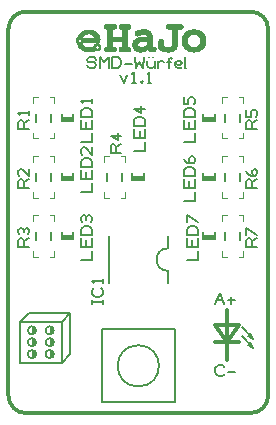
<source format=gbr>
G04 GENERATED BY PULSONIX 10.5 GERBER.DLL 7875A*
G04 #@! TF.GenerationSoftware,Pulsonix,Pulsonix,10.5.7875a*
G04 #@! TF.CreationDate,2019-10-01T10:17:34--1:00*
G04 #@! TF.Part,Single*
%FSLAX35Y35*%
%LPD*%
%MOMM*%
G04 #@! TF.FileFunction,Legend,Top*
G04 #@! TF.FilePolarity,Positive*
%ADD99C,0.00001*%
G04 #@! TA.AperFunction,NonMaterial*
%ADD101C,0.20320*%
%ADD103C,0.20000*%
G04 #@! TA.AperFunction,Profile*
%ADD175C,0.30000*%
G04 #@! TD.AperFunction*
%ADD176C,0.20000*%
G04 #@! TA.AperFunction,NonMaterial*
%ADD186C,0.30000*%
%ADD661C,0.10000*%
X0Y0D02*
D02*
D99*
X1294102Y3494492D02*
Y3340195D01*
X1298008Y3340000*
X1301328Y3339609*
X1304453Y3339414*
X1307188Y3338828*
X1309531Y3338437*
X1311680Y3337852*
X1313242Y3337266*
X1314414Y3336484*
X1315977Y3335312*
X1317344Y3333750*
X1318516Y3332187*
X1319492Y3330430*
X1320078Y3328672*
X1320664Y3326523*
X1321055Y3324375*
Y3322031*
Y3319492*
X1320664Y3317148*
X1320273Y3315000*
X1319492Y3312852*
X1318711Y3311094*
X1317734Y3309531*
X1316563Y3308164*
X1315000Y3307187*
X1313438Y3306211*
X1311484Y3305234*
X1308750Y3304453*
X1305820Y3303867*
X1302305Y3303477*
X1298203Y3303086*
X1293711Y3302891*
X1288633*
X1250742*
X1246836*
X1243320Y3303086*
X1240000Y3303477*
X1237070Y3303867*
X1234531Y3304453*
X1232188Y3305234*
X1230234Y3306211*
X1228672Y3307187*
X1227109Y3308164*
X1225938Y3309531*
X1224961Y3311094*
X1223984Y3312852*
X1223398Y3314805*
X1223008Y3316953*
X1222617Y3319297*
Y3321836*
Y3324375*
X1223008Y3326719*
X1223594Y3328867*
X1224375Y3330820*
X1225352Y3332773*
X1226719Y3334336*
X1228086Y3335898*
X1229844Y3337070*
X1231602Y3338047*
X1233555Y3338633*
X1235898Y3339414*
X1238438Y3339805*
X1241172Y3340195*
X1244102Y3340586*
X1247227*
X1250742Y3340781*
X1253867*
Y3390586*
X1167930*
Y3340781*
X1174570*
X1180234Y3340391*
X1185117Y3339609*
X1189219Y3338437*
X1192539Y3336484*
X1194297Y3335312*
X1195664Y3333750*
X1197031Y3332187*
X1198008Y3330430*
X1198789Y3328672*
X1199375Y3326523*
X1199570Y3324375*
X1199766Y3322031*
X1199570Y3319492*
X1199375Y3317148*
X1198984Y3315000*
X1198203Y3312852*
X1197422Y3311094*
X1196445Y3309531*
X1195078Y3308164*
X1193711Y3307187*
X1192148Y3306211*
X1190391Y3305234*
X1188438Y3304453*
X1185898Y3303867*
X1183164Y3303477*
X1180234Y3303086*
X1176914Y3302891*
X1173398*
X1125352*
X1121836*
X1118711Y3303281*
X1115781Y3303672*
X1113242Y3304258*
X1110898Y3304844*
X1108945Y3305820*
X1107188Y3306797*
X1105820Y3307969*
X1103477Y3310703*
X1101914Y3314023*
X1100938Y3317930*
X1100742Y3322031*
Y3324570*
X1101133Y3326914*
X1101523Y3328867*
X1102305Y3330820*
X1103281Y3332578*
X1104453Y3334141*
X1105625Y3335312*
X1107188Y3336484*
X1108555Y3337461*
X1110313Y3338047*
X1112461Y3338633*
X1114805Y3339219*
X1117539Y3339609*
X1120469Y3340000*
X1123984*
X1127695Y3340195*
Y3494492*
X1123984Y3494687*
X1120469Y3494883*
X1117539Y3495273*
X1114805Y3495859*
X1112461Y3496445*
X1110313Y3497031*
X1108555Y3497812*
X1107188Y3498594*
X1105625Y3499766*
X1104453Y3501133*
X1103281Y3502695*
X1102305Y3504453*
X1101523Y3506602*
X1101133Y3508750*
X1100742Y3511094*
Y3513633*
X1100938Y3517930*
X1101914Y3521641*
X1103672Y3524766*
X1106016Y3527500*
X1107383Y3528672*
X1109141Y3529648*
X1111094Y3530430*
X1113438Y3531211*
X1115977Y3531602*
X1119102Y3531992*
X1122227Y3532187*
X1125938Y3532383*
X1171445*
X1175352Y3532187*
X1178867*
X1182188Y3531797*
X1185117Y3531406*
X1187656Y3530820*
X1189805Y3530234*
X1191563Y3529648*
X1193125Y3528672*
X1194688Y3527500*
X1196055Y3525937*
X1197227Y3524375*
X1198008Y3522617*
X1198789Y3520664*
X1199375Y3518516*
X1199570Y3516172*
X1199766Y3513633*
X1199570Y3511094*
X1199180Y3508750*
X1198594Y3506406*
X1197813Y3504453*
X1196641Y3502500*
X1195273Y3500937*
X1193711Y3499375*
X1191953Y3498008*
X1190195Y3497227*
X1188047Y3496445*
X1185898Y3495859*
X1183164Y3495469*
X1180430Y3495078*
X1177305Y3494687*
X1173984Y3494492*
X1170273*
X1167930*
Y3427305*
X1253867*
Y3494492*
X1247227*
X1241563Y3494687*
X1236680Y3495469*
X1232578Y3496836*
X1229258Y3498594*
X1227695Y3499961*
X1226328Y3501328*
X1225156Y3503086*
X1224180Y3504844*
X1223594Y3506797*
X1223008Y3508945*
X1222617Y3511289*
Y3513633*
Y3516172*
X1223008Y3518516*
X1223594Y3520664*
X1224180Y3522617*
X1225156Y3524375*
X1226328Y3525937*
X1227695Y3527500*
X1229258Y3528672*
X1230820Y3529648*
X1232578Y3530234*
X1234922Y3530820*
X1237656Y3531406*
X1240781Y3531797*
X1244297Y3532187*
X1248203*
X1252695Y3532383*
X1296445*
X1299961Y3532187*
X1303086Y3531992*
X1306016Y3531602*
X1308555Y3531016*
X1310898Y3530430*
X1312852Y3529648*
X1314609Y3528672*
X1315977Y3527500*
X1318125Y3524766*
X1319883Y3521641*
X1320664Y3517930*
X1321055Y3513633*
X1320664Y3508945*
X1319492Y3504844*
X1317734Y3501328*
X1315000Y3498594*
X1313633Y3497812*
X1311875Y3497031*
X1309922Y3496445*
X1307383Y3495859*
X1304648Y3495273*
X1301523Y3494883*
X1298008Y3494687*
X1294102Y3494492*
G36*
Y3340195*
X1298008Y3340000*
X1301328Y3339609*
X1304453Y3339414*
X1307188Y3338828*
X1309531Y3338437*
X1311680Y3337852*
X1313242Y3337266*
X1314414Y3336484*
X1315977Y3335312*
X1317344Y3333750*
X1318516Y3332187*
X1319492Y3330430*
X1320078Y3328672*
X1320664Y3326523*
X1321055Y3324375*
Y3322031*
Y3319492*
X1320664Y3317148*
X1320273Y3315000*
X1319492Y3312852*
X1318711Y3311094*
X1317734Y3309531*
X1316563Y3308164*
X1315000Y3307187*
X1313438Y3306211*
X1311484Y3305234*
X1308750Y3304453*
X1305820Y3303867*
X1302305Y3303477*
X1298203Y3303086*
X1293711Y3302891*
X1288633*
X1250742*
X1246836*
X1243320Y3303086*
X1240000Y3303477*
X1237070Y3303867*
X1234531Y3304453*
X1232188Y3305234*
X1230234Y3306211*
X1228672Y3307187*
X1227109Y3308164*
X1225938Y3309531*
X1224961Y3311094*
X1223984Y3312852*
X1223398Y3314805*
X1223008Y3316953*
X1222617Y3319297*
Y3321836*
Y3324375*
X1223008Y3326719*
X1223594Y3328867*
X1224375Y3330820*
X1225352Y3332773*
X1226719Y3334336*
X1228086Y3335898*
X1229844Y3337070*
X1231602Y3338047*
X1233555Y3338633*
X1235898Y3339414*
X1238438Y3339805*
X1241172Y3340195*
X1244102Y3340586*
X1247227*
X1250742Y3340781*
X1253867*
Y3390586*
X1167930*
Y3340781*
X1174570*
X1180234Y3340391*
X1185117Y3339609*
X1189219Y3338437*
X1192539Y3336484*
X1194297Y3335312*
X1195664Y3333750*
X1197031Y3332187*
X1198008Y3330430*
X1198789Y3328672*
X1199375Y3326523*
X1199570Y3324375*
X1199766Y3322031*
X1199570Y3319492*
X1199375Y3317148*
X1198984Y3315000*
X1198203Y3312852*
X1197422Y3311094*
X1196445Y3309531*
X1195078Y3308164*
X1193711Y3307187*
X1192148Y3306211*
X1190391Y3305234*
X1188438Y3304453*
X1185898Y3303867*
X1183164Y3303477*
X1180234Y3303086*
X1176914Y3302891*
X1173398*
X1125352*
X1121836*
X1118711Y3303281*
X1115781Y3303672*
X1113242Y3304258*
X1110898Y3304844*
X1108945Y3305820*
X1107188Y3306797*
X1105820Y3307969*
X1103477Y3310703*
X1101914Y3314023*
X1100938Y3317930*
X1100742Y3322031*
Y3324570*
X1101133Y3326914*
X1101523Y3328867*
X1102305Y3330820*
X1103281Y3332578*
X1104453Y3334141*
X1105625Y3335312*
X1107188Y3336484*
X1108555Y3337461*
X1110313Y3338047*
X1112461Y3338633*
X1114805Y3339219*
X1117539Y3339609*
X1120469Y3340000*
X1123984*
X1127695Y3340195*
Y3494492*
X1123984Y3494687*
X1120469Y3494883*
X1117539Y3495273*
X1114805Y3495859*
X1112461Y3496445*
X1110313Y3497031*
X1108555Y3497812*
X1107188Y3498594*
X1105625Y3499766*
X1104453Y3501133*
X1103281Y3502695*
X1102305Y3504453*
X1101523Y3506602*
X1101133Y3508750*
X1100742Y3511094*
Y3513633*
X1100938Y3517930*
X1101914Y3521641*
X1103672Y3524766*
X1106016Y3527500*
X1107383Y3528672*
X1109141Y3529648*
X1111094Y3530430*
X1113438Y3531211*
X1115977Y3531602*
X1119102Y3531992*
X1122227Y3532187*
X1125938Y3532383*
X1171445*
X1175352Y3532187*
X1178867*
X1182188Y3531797*
X1185117Y3531406*
X1187656Y3530820*
X1189805Y3530234*
X1191563Y3529648*
X1193125Y3528672*
X1194688Y3527500*
X1196055Y3525937*
X1197227Y3524375*
X1198008Y3522617*
X1198789Y3520664*
X1199375Y3518516*
X1199570Y3516172*
X1199766Y3513633*
X1199570Y3511094*
X1199180Y3508750*
X1198594Y3506406*
X1197813Y3504453*
X1196641Y3502500*
X1195273Y3500937*
X1193711Y3499375*
X1191953Y3498008*
X1190195Y3497227*
X1188047Y3496445*
X1185898Y3495859*
X1183164Y3495469*
X1180430Y3495078*
X1177305Y3494687*
X1173984Y3494492*
X1170273*
X1167930*
Y3427305*
X1253867*
Y3494492*
X1247227*
X1241563Y3494687*
X1236680Y3495469*
X1232578Y3496836*
X1229258Y3498594*
X1227695Y3499961*
X1226328Y3501328*
X1225156Y3503086*
X1224180Y3504844*
X1223594Y3506797*
X1223008Y3508945*
X1222617Y3511289*
Y3513633*
Y3516172*
X1223008Y3518516*
X1223594Y3520664*
X1224180Y3522617*
X1225156Y3524375*
X1226328Y3525937*
X1227695Y3527500*
X1229258Y3528672*
X1230820Y3529648*
X1232578Y3530234*
X1234922Y3530820*
X1237656Y3531406*
X1240781Y3531797*
X1244297Y3532187*
X1248203*
X1252695Y3532383*
X1296445*
X1299961Y3532187*
X1303086Y3531992*
X1306016Y3531602*
X1308555Y3531016*
X1310898Y3530430*
X1312852Y3529648*
X1314609Y3528672*
X1315977Y3527500*
X1318125Y3524766*
X1319883Y3521641*
X1320664Y3517930*
X1321055Y3513633*
X1320664Y3508945*
X1319492Y3504844*
X1317734Y3501328*
X1315000Y3498594*
X1313633Y3497812*
X1311875Y3497031*
X1309922Y3496445*
X1307383Y3495859*
X1304648Y3495273*
X1301523Y3494883*
X1298008Y3494687*
X1294102Y3494492*
G37*
X1536680Y3324570D02*
X1536289Y3320273D01*
X1535117Y3316562*
X1533359Y3313437*
X1530625Y3310703*
X1527695Y3308555*
X1524180Y3307187*
X1520273Y3306211*
X1515586Y3305820*
X1487461*
X1483945Y3306211*
X1480625Y3306992*
X1477695Y3308164*
X1474766Y3310117*
X1472813Y3312656*
X1471250Y3315586*
X1469883Y3318906*
X1468906Y3322812*
Y3323398*
X1462656Y3319102*
X1456406Y3315195*
X1449766Y3311875*
X1442930Y3308945*
X1438438Y3306992*
X1433945Y3305430*
X1429258Y3304062*
X1424570Y3303086*
X1419688Y3302109*
X1415000Y3301523*
X1410117Y3301133*
X1405234*
X1398008Y3301328*
X1391172Y3302109*
X1384727Y3303477*
X1378672Y3305234*
X1372813Y3307578*
X1367344Y3310508*
X1362461Y3314023*
X1357773Y3317930*
X1353281Y3322227*
X1349570Y3326914*
X1346445Y3331797*
X1343711Y3337070*
X1341758Y3342734*
X1340195Y3348594*
X1339414Y3354648*
X1339023Y3361094*
X1339414Y3368906*
X1340586Y3376133*
X1342539Y3382969*
X1345273Y3389414*
X1348789Y3395273*
X1352891Y3400742*
X1357969Y3405820*
X1363633Y3410312*
X1369883Y3414414*
X1376523Y3417734*
X1383750Y3420664*
X1391563Y3423008*
X1399961Y3424766*
X1408945Y3426133*
X1418516Y3426914*
X1428672Y3427305*
X1439609Y3426914*
X1450742Y3425937*
X1458164Y3424766*
X1465781Y3423594*
X1465391Y3426719*
X1464805Y3429844*
X1464023Y3432578*
X1463047Y3435117*
X1461875Y3437461*
X1460703Y3439805*
X1459141Y3441758*
X1457383Y3443516*
X1455234Y3445469*
X1452891Y3447031*
X1449961Y3448594*
X1446836Y3449766*
X1443516Y3450742*
X1439609Y3451328*
X1435508Y3451719*
X1431016Y3451914*
X1427695Y3451719*
X1424375Y3451328*
X1420859Y3450742*
X1417344Y3449961*
X1413633Y3448984*
X1409727Y3447812*
X1405625Y3446250*
X1401523Y3444687*
X1397227Y3442734*
X1393125Y3441172*
X1389609Y3439805*
X1386289Y3438828*
X1383164Y3437852*
X1380625Y3437266*
X1378281Y3436875*
X1376328*
X1372617Y3437266*
X1369102Y3438242*
X1365977Y3440195*
X1363047Y3442930*
X1361094Y3446055*
X1359531Y3449570*
X1358555Y3453477*
X1358359Y3457773*
X1358750Y3461484*
X1359727Y3465000*
X1361680Y3468125*
X1364219Y3471250*
X1367734Y3473984*
X1371836Y3476719*
X1376719Y3479062*
X1382383Y3481211*
X1387852Y3483164*
X1393516Y3484727*
X1399766Y3486094*
X1406211Y3487070*
X1413047Y3488047*
X1420273Y3488633*
X1427891Y3489023*
X1435703*
X1444102Y3488828*
X1451914Y3488047*
X1459141Y3486484*
X1465977Y3484727*
X1472227Y3482187*
X1478086Y3479062*
X1483359Y3475547*
X1488047Y3471445*
X1492344Y3466758*
X1495859Y3461484*
X1498984Y3455820*
X1501523Y3449570*
X1503477Y3442734*
X1504844Y3435508*
X1505820Y3427695*
X1506016Y3419492*
Y3343125*
X1509141*
X1512461*
X1515781Y3342930*
X1518711Y3342539*
X1521445Y3342148*
X1523789Y3341758*
X1525938Y3341172*
X1527891Y3340391*
X1529453Y3339609*
X1531211Y3338437*
X1532578Y3337070*
X1533945Y3335508*
X1534922Y3333750*
X1535703Y3331602*
X1536289Y3329453*
X1536484Y3327109*
X1536680Y3324570*
X1451328Y3390586D02*
X1442930Y3391562D01*
X1433945Y3391758*
X1427500Y3391562*
X1421445Y3391172*
X1415781Y3390586*
X1410508Y3389609*
X1405625Y3388437*
X1401133Y3387070*
X1397031Y3385312*
X1393125Y3383359*
X1390000Y3381406*
X1387266Y3379258*
X1385117Y3376914*
X1383164Y3374375*
X1381797Y3371641*
X1380820Y3368906*
X1380039Y3365977*
X1379844Y3363047*
X1380039Y3360703*
X1380430Y3358555*
X1381016Y3356602*
X1381797Y3354648*
X1382969Y3352891*
X1384336Y3351133*
X1385898Y3349570*
X1387656Y3348008*
X1390000Y3346250*
X1392148Y3344687*
X1394688Y3343516*
X1397422Y3342539*
X1400156Y3341758*
X1403086Y3341172*
X1406211Y3340781*
X1409336*
X1414609Y3340977*
X1419883Y3341367*
X1425156Y3342344*
X1430039Y3343516*
X1434922Y3345273*
X1439805Y3347227*
X1444492Y3349570*
X1448984Y3352109*
X1452891Y3354648*
X1456406Y3357187*
X1459336Y3359727*
X1461680Y3362266*
X1463438Y3364609*
X1464805Y3367148*
X1465586Y3369492*
X1465781Y3372031*
Y3387656*
X1458555Y3389219*
X1451328Y3390586*
X1339282Y3366269D02*
G36*
X1339023Y3361094D01*
X1339414Y3354648*
X1340195Y3348594*
X1341758Y3342734*
X1343711Y3337070*
X1346445Y3331797*
X1349570Y3326914*
X1353281Y3322227*
X1357773Y3317930*
X1362461Y3314023*
X1367344Y3310508*
X1372813Y3307578*
X1378672Y3305234*
X1384727Y3303477*
X1391172Y3302109*
X1398008Y3301328*
X1405234Y3301133*
X1410117*
X1415000Y3301523*
X1419688Y3302109*
X1424570Y3303086*
X1429258Y3304062*
X1433945Y3305430*
X1438438Y3306992*
X1442930Y3308945*
X1449766Y3311875*
X1456406Y3315195*
X1462656Y3319102*
X1468906Y3323398*
Y3322812*
X1469883Y3318906*
X1471250Y3315586*
X1472813Y3312656*
X1474766Y3310117*
X1477695Y3308164*
X1480625Y3306992*
X1483945Y3306211*
X1487461Y3305820*
X1515586*
X1520273Y3306211*
X1524180Y3307187*
X1527695Y3308555*
X1530625Y3310703*
X1533359Y3313437*
X1535117Y3316562*
X1536289Y3320273*
X1536680Y3324570*
X1536484Y3327109*
X1536289Y3329453*
X1535703Y3331602*
X1534922Y3333750*
X1533945Y3335508*
X1532578Y3337070*
X1531211Y3338437*
X1529453Y3339609*
X1527891Y3340391*
X1525938Y3341172*
X1523789Y3341758*
X1521445Y3342148*
X1518711Y3342539*
X1515781Y3342930*
X1512461Y3343125*
X1509141*
X1506016*
Y3366269*
X1464332*
X1463438Y3364609*
X1461680Y3362266*
X1459336Y3359727*
X1456406Y3357187*
X1452891Y3354648*
X1448984Y3352109*
X1444492Y3349570*
X1439805Y3347227*
X1434922Y3345273*
X1430039Y3343516*
X1425156Y3342344*
X1419883Y3341367*
X1414609Y3340977*
X1409336Y3340781*
X1406211*
X1403086Y3341172*
X1400156Y3341758*
X1397422Y3342539*
X1394688Y3343516*
X1392148Y3344687*
X1390000Y3346250*
X1387656Y3348008*
X1385898Y3349570*
X1384336Y3351133*
X1382969Y3352891*
X1381797Y3354648*
X1381016Y3356602*
X1380430Y3358555*
X1380039Y3360703*
X1379844Y3363047*
X1380039Y3365977*
X1380117Y3366269*
X1339282*
G37*
X1339414Y3368906D02*
G36*
X1339282Y3366269D01*
X1380117*
X1380820Y3368906*
X1381797Y3371641*
X1383164Y3374375*
X1385117Y3376914*
X1387266Y3379258*
X1390000Y3381406*
X1393125Y3383359*
X1397031Y3385312*
X1401133Y3387070*
X1405625Y3388437*
X1410508Y3389609*
X1415781Y3390586*
X1421445Y3391172*
X1427500Y3391562*
X1433945Y3391758*
X1442930Y3391562*
X1451328Y3390586*
X1458555Y3389219*
X1465781Y3387656*
Y3372031*
X1465586Y3369492*
X1464805Y3367148*
X1464332Y3366269*
X1506016*
Y3419492*
X1505820Y3427695*
X1504844Y3435508*
X1503477Y3442734*
X1501523Y3449570*
X1498984Y3455820*
X1495859Y3461484*
X1492344Y3466758*
X1488047Y3471445*
X1483359Y3475547*
X1478086Y3479062*
X1472227Y3482187*
X1465977Y3484727*
X1459141Y3486484*
X1451914Y3488047*
X1444102Y3488828*
X1435703Y3489023*
X1427891*
X1420273Y3488633*
X1413047Y3488047*
X1406211Y3487070*
X1399766Y3486094*
X1393516Y3484727*
X1387852Y3483164*
X1382383Y3481211*
X1376719Y3479062*
X1371836Y3476719*
X1367734Y3473984*
X1364219Y3471250*
X1361680Y3468125*
X1359727Y3465000*
X1358750Y3461484*
X1358359Y3457773*
X1358555Y3453477*
X1359531Y3449570*
X1361094Y3446055*
X1363047Y3442930*
X1365977Y3440195*
X1369102Y3438242*
X1372617Y3437266*
X1376328Y3436875*
X1378281*
X1380625Y3437266*
X1383164Y3437852*
X1386289Y3438828*
X1389609Y3439805*
X1393125Y3441172*
X1397227Y3442734*
X1401523Y3444687*
X1405625Y3446250*
X1409727Y3447812*
X1413633Y3448984*
X1417344Y3449961*
X1420859Y3450742*
X1424375Y3451328*
X1427695Y3451719*
X1431016Y3451914*
X1435508Y3451719*
X1439609Y3451328*
X1443516Y3450742*
X1446836Y3449766*
X1449961Y3448594*
X1452891Y3447031*
X1455234Y3445469*
X1457383Y3443516*
X1459141Y3441758*
X1460703Y3439805*
X1461875Y3437461*
X1463047Y3435117*
X1464023Y3432578*
X1464805Y3429844*
X1465391Y3426719*
X1465781Y3423594*
X1458164Y3424766*
X1450742Y3425937*
X1439609Y3426914*
X1428672Y3427305*
X1418516Y3426914*
X1408945Y3426133*
X1399961Y3424766*
X1391563Y3423008*
X1383750Y3420664*
X1376523Y3417734*
X1369883Y3414414*
X1363633Y3410312*
X1357969Y3405820*
X1352891Y3400742*
X1348789Y3395273*
X1345273Y3389414*
X1342539Y3382969*
X1340586Y3376133*
X1339414Y3368906*
G37*
X1765000Y3513633D02*
X1764805Y3511094D01*
X1764414Y3508750*
X1764023Y3506406*
X1763242Y3504453*
X1762266Y3502500*
X1761094Y3500937*
X1759922Y3499375*
X1758359Y3498008*
X1756797Y3497227*
X1755039Y3496445*
X1752891Y3495859*
X1750547Y3495469*
X1747813Y3495078*
X1744883Y3494687*
X1741563Y3494492*
X1737852*
X1720469*
Y3384531*
X1720078Y3373984*
X1719297Y3364219*
X1717734Y3355039*
X1715586Y3346641*
X1713047Y3339219*
X1709727Y3332383*
X1705820Y3326328*
X1701328Y3320859*
X1695859Y3316172*
X1690000Y3312070*
X1683359Y3308555*
X1675938Y3305625*
X1667930Y3303281*
X1659336Y3301719*
X1649961Y3300742*
X1640000Y3300547*
X1631016Y3300742*
X1622422Y3301523*
X1614219Y3302695*
X1606016Y3304453*
X1598008Y3306602*
X1590000Y3309531*
X1581992Y3313047*
X1573984Y3317344*
X1570273Y3319492*
X1567344Y3321641*
X1565000Y3323789*
X1563438Y3325937*
X1562852Y3327305*
X1562266Y3328672*
X1561680Y3330234*
X1561289Y3331992*
X1561094Y3334141*
X1560898Y3336289*
X1560703Y3338633*
Y3341367*
Y3383945*
Y3387656*
X1560898Y3390781*
X1561289Y3393711*
X1561680Y3396445*
X1562266Y3398789*
X1563047Y3400742*
X1563828Y3402500*
X1565000Y3403867*
X1567344Y3406211*
X1570273Y3407773*
X1573984Y3408945*
X1578086Y3409141*
X1581016Y3408945*
X1583750Y3408359*
X1586484Y3407578*
X1589023Y3406211*
X1591172Y3404844*
X1592930Y3403086*
X1594492Y3400937*
X1595469Y3398398*
X1596641Y3395859*
X1597422Y3392930*
X1597617Y3391172*
X1597813Y3388828*
Y3386094*
X1598008Y3382773*
Y3381016*
Y3375742*
X1598203Y3370664*
X1598789Y3366172*
X1599766Y3361680*
X1601914Y3356016*
X1604844Y3350937*
X1608555Y3346445*
X1613047Y3342539*
X1615586Y3340781*
X1618320Y3339414*
X1621250Y3338047*
X1624375Y3337070*
X1627500Y3336289*
X1631016Y3335703*
X1634531Y3335508*
X1638242Y3335312*
X1643516Y3335508*
X1648594Y3336094*
X1653086Y3337070*
X1657188Y3338242*
X1661094Y3340000*
X1664414Y3342148*
X1667344Y3344492*
X1670078Y3347422*
X1672227Y3350547*
X1674180Y3354453*
X1675938Y3358945*
X1677305Y3363828*
X1678281Y3369297*
X1679063Y3375547*
X1679453Y3382187*
X1679648Y3389414*
Y3494492*
X1653281*
X1649375*
X1646055Y3494687*
X1642930Y3495078*
X1640195Y3495469*
X1637656Y3495859*
X1635508Y3496445*
X1633750Y3497227*
X1632188Y3498008*
X1630625Y3499375*
X1629258Y3500937*
X1628086Y3502500*
X1627305Y3504453*
X1626523Y3506406*
X1625938Y3508750*
X1625742Y3511094*
X1625547Y3513633*
X1625938Y3517930*
X1626719Y3521641*
X1628281Y3524766*
X1630430Y3527500*
X1633164Y3529648*
X1636289Y3531016*
X1640195Y3531992*
X1644883Y3532383*
X1746250*
X1750547Y3531992*
X1754258Y3531016*
X1757383Y3529453*
X1760117Y3527305*
X1762266Y3524375*
X1763633Y3521250*
X1764609Y3517734*
X1765000Y3513633*
G36*
X1764805Y3511094*
X1764414Y3508750*
X1764023Y3506406*
X1763242Y3504453*
X1762266Y3502500*
X1761094Y3500937*
X1759922Y3499375*
X1758359Y3498008*
X1756797Y3497227*
X1755039Y3496445*
X1752891Y3495859*
X1750547Y3495469*
X1747813Y3495078*
X1744883Y3494687*
X1741563Y3494492*
X1737852*
X1720469*
Y3384531*
X1720078Y3373984*
X1719297Y3364219*
X1717734Y3355039*
X1715586Y3346641*
X1713047Y3339219*
X1709727Y3332383*
X1705820Y3326328*
X1701328Y3320859*
X1695859Y3316172*
X1690000Y3312070*
X1683359Y3308555*
X1675938Y3305625*
X1667930Y3303281*
X1659336Y3301719*
X1649961Y3300742*
X1640000Y3300547*
X1631016Y3300742*
X1622422Y3301523*
X1614219Y3302695*
X1606016Y3304453*
X1598008Y3306602*
X1590000Y3309531*
X1581992Y3313047*
X1573984Y3317344*
X1570273Y3319492*
X1567344Y3321641*
X1565000Y3323789*
X1563438Y3325937*
X1562852Y3327305*
X1562266Y3328672*
X1561680Y3330234*
X1561289Y3331992*
X1561094Y3334141*
X1560898Y3336289*
X1560703Y3338633*
Y3341367*
Y3383945*
Y3387656*
X1560898Y3390781*
X1561289Y3393711*
X1561680Y3396445*
X1562266Y3398789*
X1563047Y3400742*
X1563828Y3402500*
X1565000Y3403867*
X1567344Y3406211*
X1570273Y3407773*
X1573984Y3408945*
X1578086Y3409141*
X1581016Y3408945*
X1583750Y3408359*
X1586484Y3407578*
X1589023Y3406211*
X1591172Y3404844*
X1592930Y3403086*
X1594492Y3400937*
X1595469Y3398398*
X1596641Y3395859*
X1597422Y3392930*
X1597617Y3391172*
X1597813Y3388828*
Y3386094*
X1598008Y3382773*
Y3381016*
Y3375742*
X1598203Y3370664*
X1598789Y3366172*
X1599766Y3361680*
X1601914Y3356016*
X1604844Y3350937*
X1608555Y3346445*
X1613047Y3342539*
X1615586Y3340781*
X1618320Y3339414*
X1621250Y3338047*
X1624375Y3337070*
X1627500Y3336289*
X1631016Y3335703*
X1634531Y3335508*
X1638242Y3335312*
X1643516Y3335508*
X1648594Y3336094*
X1653086Y3337070*
X1657188Y3338242*
X1661094Y3340000*
X1664414Y3342148*
X1667344Y3344492*
X1670078Y3347422*
X1672227Y3350547*
X1674180Y3354453*
X1675938Y3358945*
X1677305Y3363828*
X1678281Y3369297*
X1679063Y3375547*
X1679453Y3382187*
X1679648Y3389414*
Y3494492*
X1653281*
X1649375*
X1646055Y3494687*
X1642930Y3495078*
X1640195Y3495469*
X1637656Y3495859*
X1635508Y3496445*
X1633750Y3497227*
X1632188Y3498008*
X1630625Y3499375*
X1629258Y3500937*
X1628086Y3502500*
X1627305Y3504453*
X1626523Y3506406*
X1625938Y3508750*
X1625742Y3511094*
X1625547Y3513633*
X1625938Y3517930*
X1626719Y3521641*
X1628281Y3524766*
X1630430Y3527500*
X1633164Y3529648*
X1636289Y3531016*
X1640195Y3531992*
X1644883Y3532383*
X1746250*
X1750547Y3531992*
X1754258Y3531016*
X1757383Y3529453*
X1760117Y3527305*
X1762266Y3524375*
X1763633Y3521250*
X1764609Y3517734*
X1765000Y3513633*
G37*
X1958945Y3395469D02*
X1958750Y3390195D01*
X1958359Y3385312*
X1957969Y3380430*
X1957188Y3375547*
X1956211Y3370859*
X1954844Y3366367*
X1953477Y3362070*
X1951914Y3357773*
X1949961Y3353477*
X1947813Y3349375*
X1945469Y3345469*
X1942930Y3341758*
X1940195Y3338047*
X1937266Y3334336*
X1934141Y3330820*
X1930625Y3327500*
X1927109Y3324375*
X1923398Y3321250*
X1919492Y3318516*
X1915586Y3315977*
X1911484Y3313633*
X1907188Y3311484*
X1902891Y3309531*
X1898398Y3307773*
X1893711Y3306211*
X1889023Y3304844*
X1884141Y3303672*
X1879258Y3302695*
X1874180Y3302109*
X1868906Y3301523*
X1863438Y3301133*
X1857969*
X1852500*
X1847227Y3301523*
X1841953Y3302109*
X1836875Y3302695*
X1831797Y3303672*
X1826914Y3304844*
X1822227Y3306211*
X1817539Y3307773*
X1813047Y3309531*
X1808750Y3311484*
X1804453Y3313633*
X1800547Y3315977*
X1796445Y3318516*
X1792539Y3321250*
X1788828Y3324375*
X1785313Y3327500*
X1781992Y3330820*
X1778672Y3334336*
X1775742Y3337852*
X1773008Y3341562*
X1770469Y3345469*
X1768125Y3349375*
X1765977Y3353477*
X1764219Y3357578*
X1762461Y3361875*
X1761094Y3366367*
X1759922Y3370859*
X1758945Y3375352*
X1758164Y3380234*
X1757578Y3385117*
X1757188Y3390000*
Y3395078*
Y3400156*
X1757578Y3405039*
X1758164Y3409922*
X1758945Y3414805*
X1759922Y3419297*
X1761094Y3423789*
X1762461Y3428281*
X1764219Y3432578*
X1765977Y3436680*
X1768125Y3440781*
X1770469Y3444687*
X1773008Y3448594*
X1775742Y3452305*
X1778672Y3455820*
X1781992Y3459336*
X1785313Y3462656*
X1788828Y3465781*
X1792539Y3468906*
X1796445Y3471641*
X1800547Y3474180*
X1804453Y3476523*
X1808750Y3478672*
X1813047Y3480625*
X1817539Y3482383*
X1822227Y3483945*
X1826914Y3485312*
X1831797Y3486484*
X1836875Y3487461*
X1841953Y3488047*
X1847227Y3488633*
X1852500Y3489023*
X1857969*
X1863438*
X1868906Y3488633*
X1874180Y3488047*
X1879258Y3487461*
X1884141Y3486484*
X1889023Y3485312*
X1893711Y3483945*
X1898398Y3482383*
X1902891Y3480625*
X1907188Y3478672*
X1911484Y3476523*
X1915586Y3474180*
X1919492Y3471641*
X1923398Y3468906*
X1927109Y3465781*
X1930625Y3462656*
X1934141Y3459336*
X1937266Y3455820*
X1940195Y3452305*
X1942930Y3448594*
X1945469Y3444687*
X1947813Y3440781*
X1949961Y3436680*
X1951914Y3432578*
X1953477Y3428281*
X1954844Y3423984*
X1956211Y3419492*
X1957188Y3415000*
X1957969Y3410117*
X1958359Y3405430*
X1958750Y3400352*
X1958945Y3395469*
X1800938D02*
X1801133Y3389219D01*
X1801914Y3383359*
X1803086Y3377695*
X1804844Y3372422*
X1807188Y3367539*
X1809922Y3362852*
X1813047Y3358359*
X1816953Y3354258*
X1821055Y3350547*
X1825352Y3347227*
X1830039Y3344492*
X1835117Y3342344*
X1840391Y3340586*
X1846055Y3339219*
X1851914Y3338633*
X1857969Y3338242*
X1864219Y3338633*
X1870078Y3339219*
X1875742Y3340586*
X1881016Y3342344*
X1886094Y3344492*
X1890781Y3347227*
X1895273Y3350547*
X1899375Y3354258*
X1903281Y3358359*
X1906602Y3362852*
X1909336Y3367344*
X1911680Y3372422*
X1913438Y3377695*
X1914609Y3383164*
X1915391Y3389023*
X1915586Y3395078*
X1915391Y3401133*
X1914609Y3406992*
X1913438Y3412461*
X1911680Y3417734*
X1909336Y3422812*
X1906602Y3427500*
X1903281Y3431992*
X1899375Y3436289*
X1895273Y3440000*
X1890781Y3443320*
X1886094Y3446055*
X1881016Y3448398*
X1875742Y3450156*
X1870078Y3451328*
X1864219Y3452109*
X1857969Y3452500*
X1851914Y3452109*
X1846055Y3451328*
X1840391Y3450156*
X1835117Y3448398*
X1830039Y3446055*
X1825352Y3443320*
X1821055Y3440000*
X1816953Y3436289*
X1813047Y3431992*
X1809922Y3427500*
X1807188Y3422812*
X1804844Y3417930*
X1803086Y3412656*
X1801914Y3407187*
X1801133Y3401328*
X1800938Y3395469*
X1757188Y3395078D02*
G36*
Y3390000D01*
X1757578Y3385117*
X1758164Y3380234*
X1758945Y3375352*
X1759922Y3370859*
X1761094Y3366367*
X1762461Y3361875*
X1764219Y3357578*
X1765977Y3353477*
X1768125Y3349375*
X1770469Y3345469*
X1773008Y3341562*
X1775742Y3337852*
X1778672Y3334336*
X1781992Y3330820*
X1785313Y3327500*
X1788828Y3324375*
X1792539Y3321250*
X1796445Y3318516*
X1800547Y3315977*
X1804453Y3313633*
X1808750Y3311484*
X1813047Y3309531*
X1817539Y3307773*
X1822227Y3306211*
X1826914Y3304844*
X1831797Y3303672*
X1836875Y3302695*
X1841953Y3302109*
X1847227Y3301523*
X1852500Y3301133*
X1857969*
X1863438*
X1868906Y3301523*
X1874180Y3302109*
X1879258Y3302695*
X1884141Y3303672*
X1889023Y3304844*
X1893711Y3306211*
X1898398Y3307773*
X1902891Y3309531*
X1907188Y3311484*
X1911484Y3313633*
X1915586Y3315977*
X1919492Y3318516*
X1923398Y3321250*
X1927109Y3324375*
X1930625Y3327500*
X1934141Y3330820*
X1937266Y3334336*
X1940195Y3338047*
X1942930Y3341758*
X1945469Y3345469*
X1947813Y3349375*
X1949961Y3353477*
X1951914Y3357773*
X1953477Y3362070*
X1954844Y3366367*
X1956211Y3370859*
X1957188Y3375547*
X1957969Y3380430*
X1958359Y3385312*
X1958750Y3390195*
X1958941Y3395371*
X1915577*
X1915586Y3395078*
X1915391Y3389023*
X1914609Y3383164*
X1913438Y3377695*
X1911680Y3372422*
X1909336Y3367344*
X1906602Y3362852*
X1903281Y3358359*
X1899375Y3354258*
X1895273Y3350547*
X1890781Y3347227*
X1886094Y3344492*
X1881016Y3342344*
X1875742Y3340586*
X1870078Y3339219*
X1864219Y3338633*
X1857969Y3338242*
X1851914Y3338633*
X1846055Y3339219*
X1840391Y3340586*
X1835117Y3342344*
X1830039Y3344492*
X1825352Y3347227*
X1821055Y3350547*
X1816953Y3354258*
X1813047Y3358359*
X1809922Y3362852*
X1807188Y3367539*
X1804844Y3372422*
X1803086Y3377695*
X1801914Y3383359*
X1801133Y3389219*
X1800941Y3395371*
X1757188*
Y3395078*
G37*
Y3400156D02*
G36*
Y3395371D01*
X1800941*
X1800938Y3395469*
X1801133Y3401328*
X1801914Y3407187*
X1803086Y3412656*
X1804844Y3417930*
X1807188Y3422812*
X1809922Y3427500*
X1813047Y3431992*
X1816953Y3436289*
X1821055Y3440000*
X1825352Y3443320*
X1830039Y3446055*
X1835117Y3448398*
X1840391Y3450156*
X1846055Y3451328*
X1851914Y3452109*
X1857969Y3452500*
X1864219Y3452109*
X1870078Y3451328*
X1875742Y3450156*
X1881016Y3448398*
X1886094Y3446055*
X1890781Y3443320*
X1895273Y3440000*
X1899375Y3436289*
X1903281Y3431992*
X1906602Y3427500*
X1909336Y3422812*
X1911680Y3417734*
X1913438Y3412461*
X1914609Y3406992*
X1915391Y3401133*
X1915577Y3395371*
X1958941*
X1958945Y3395469*
X1958750Y3400352*
X1958359Y3405430*
X1957969Y3410117*
X1957188Y3415000*
X1956211Y3419492*
X1954844Y3423984*
X1953477Y3428281*
X1951914Y3432578*
X1949961Y3436680*
X1947813Y3440781*
X1945469Y3444687*
X1942930Y3448594*
X1940195Y3452305*
X1937266Y3455820*
X1934141Y3459336*
X1930625Y3462656*
X1927109Y3465781*
X1923398Y3468906*
X1919492Y3471641*
X1915586Y3474180*
X1911484Y3476523*
X1907188Y3478672*
X1902891Y3480625*
X1898398Y3482383*
X1893711Y3483945*
X1889023Y3485312*
X1884141Y3486484*
X1879258Y3487461*
X1874180Y3488047*
X1868906Y3488633*
X1863438Y3489023*
X1857969*
X1852500*
X1847227Y3488633*
X1841953Y3488047*
X1836875Y3487461*
X1831797Y3486484*
X1826914Y3485312*
X1822227Y3483945*
X1817539Y3482383*
X1813047Y3480625*
X1808750Y3478672*
X1804453Y3476523*
X1800547Y3474180*
X1796445Y3471641*
X1792539Y3468906*
X1788828Y3465781*
X1785313Y3462656*
X1781992Y3459336*
X1778672Y3455820*
X1775742Y3452305*
X1773008Y3448594*
X1770469Y3444687*
X1768125Y3440781*
X1765977Y3436680*
X1764219Y3432578*
X1762461Y3428281*
X1761094Y3423789*
X1759922Y3419297*
X1758945Y3414805*
X1758164Y3409922*
X1757578Y3405039*
X1757188Y3400156*
G37*
X1022617Y3365586D02*
X1025156Y3367148D01*
X1027891Y3368516*
X1030625Y3369492*
X1033359Y3370273*
X1036094Y3370664*
X1039023Y3370859*
X1042148Y3370664*
X1045078Y3370078*
X1048008Y3369492*
X1050938Y3368516*
X1053672Y3367148*
X1056016Y3365781*
X1058359Y3364023*
X1060508Y3362070*
X1062461Y3359727*
X1064414Y3357187*
X1065977Y3354648*
X1067148Y3351914*
X1068125Y3349180*
X1068906Y3346250*
X1069297Y3343320*
X1069492Y3340391*
X1069297Y3337461*
X1068906Y3334336*
X1068125Y3331406*
X1067148Y3328672*
X1065977Y3325937*
X1064414Y3323398*
X1062656Y3321055*
X1060703Y3318906*
X1058359Y3316953*
X1055820Y3315195*
X1053281Y3313633*
X1050547Y3312266*
X1047813Y3311289*
X1045078Y3310703*
X1042148Y3310117*
X1039219*
X1036289Y3310312*
X1033359Y3310703*
X1029258Y3312070*
X1024961Y3313633*
X1019883Y3311680*
X1014805Y3309922*
X1009727Y3308359*
X1004648Y3307187*
X994688Y3305039*
X984727Y3303672*
X974766Y3302891*
X965000*
X954453Y3303281*
X944688Y3304453*
X935313Y3306406*
X926523Y3308945*
X918125Y3312461*
X910508Y3316758*
X903086Y3321836*
X896445Y3327500*
X891758Y3332383*
X887461Y3337852*
X883750Y3343320*
X880430Y3349375*
X877500Y3355625*
X875156Y3362070*
X873203Y3368906*
X871836Y3376133*
X869102Y3379062*
X866758Y3382187*
X865000Y3385508*
X863633Y3388828*
X862656Y3392539*
X862266Y3396250*
Y3400352*
X862852Y3404453*
X863633Y3407187*
X864414Y3409922*
X865586Y3412266*
X866953Y3414805*
X868711Y3416953*
X870469Y3419102*
X872617Y3421055*
X874766Y3423008*
X876719Y3428477*
X878867Y3433750*
X881211Y3438828*
X883945Y3443711*
X887070Y3448398*
X890586Y3452891*
X894297Y3457383*
X898203Y3461484*
X901719Y3464414*
X905430Y3467344*
X909141Y3470078*
X913047Y3472422*
X917148Y3474766*
X921250Y3476719*
X925547Y3478672*
X930039Y3480430*
X934531Y3481797*
X939219Y3483164*
X943906Y3484141*
X948789Y3485117*
X953867Y3485703*
X958945Y3486289*
X964219Y3486484*
X969688Y3486680*
X979453Y3486289*
X988633Y3485117*
X997617Y3483359*
X1006016Y3480625*
X1013828Y3477305*
X1021445Y3473203*
X1028477Y3468320*
X1035117Y3462656*
X1038438Y3459531*
X1041367Y3456406*
X1044102Y3453086*
X1046836Y3449766*
X1049180Y3446250*
X1051328Y3442734*
X1053281Y3439219*
X1055039Y3435508*
X1056602Y3431797*
X1057969Y3427891*
X1058945Y3423984*
X1059922Y3419883*
X1060703Y3415977*
X1061289Y3411680*
X1061484Y3407578*
X1061680Y3403281*
X1061484Y3400352*
X1061289Y3397617*
X1060898Y3395273*
X1060313Y3393125*
X1059531Y3391172*
X1058555Y3389609*
X1057578Y3388242*
X1056211Y3387070*
X1054648Y3385898*
X1052500Y3385117*
X1049961Y3384336*
X1047031Y3383750*
X1043516Y3383359*
X1039609Y3382969*
X1035313Y3382773*
X1030430*
X918125*
X916758Y3380625*
X915195Y3378672*
X913438Y3376719*
X911484Y3374961*
X912461Y3371055*
X913633Y3367344*
X915195Y3363828*
X916953Y3360312*
X918711Y3357187*
X920859Y3354453*
X923203Y3351719*
X925938Y3349180*
X929844Y3346055*
X934141Y3343320*
X938828Y3341172*
X943906Y3339219*
X949375Y3337852*
X955234Y3336680*
X961289Y3336094*
X967930Y3335898*
X972617Y3336094*
X977500Y3336484*
X982578Y3337266*
X987656Y3338242*
X992930Y3339609*
X998203Y3341367*
X1003672Y3343320*
X1009336Y3345469*
Y3345664*
Y3346055*
X1010313Y3349180*
X1011289Y3352109*
X1012656Y3354844*
X1014219Y3357383*
X1015977Y3359727*
X1017930Y3361875*
X1020078Y3363828*
X1022617Y3365586*
X931211Y3442930D02*
X925938Y3438047D01*
X921250Y3432383*
X917148Y3426328*
X913828Y3419492*
X916172Y3416953*
X918125Y3414609*
X1020273Y3414023*
X1019297Y3418320*
X1018125Y3422227*
X1016563Y3426133*
X1014805Y3429844*
X1012656Y3433164*
X1010313Y3436484*
X1007578Y3439414*
X1004648Y3442148*
X1000938Y3445078*
X997031Y3447422*
X992930Y3449570*
X988633Y3451328*
X984141Y3452500*
X979648Y3453477*
X974766Y3454062*
X969688Y3454258*
X964219Y3454062*
X958750Y3453477*
X953672Y3452695*
X948789Y3451328*
X944102Y3449766*
X939609Y3447812*
X935313Y3445469*
X931211Y3442930*
X900742Y3386094D02*
X903086Y3387852D01*
X905039Y3390000*
X906406Y3392539*
X907188Y3395469*
X907578Y3398398*
X907188Y3401133*
X906406Y3403867*
X904844Y3406406*
X902891Y3408750*
X900742Y3410703*
X898203Y3411875*
X895273Y3412852*
X892344Y3413047*
X889414Y3412852*
X886680Y3412070*
X884141Y3410703*
X881797Y3408945*
X880039Y3406797*
X878672Y3404258*
X877891Y3401328*
X877500Y3398398*
X877695Y3395664*
X878672Y3392930*
X880039Y3390195*
X881797Y3388047*
X883945Y3386094*
X886484Y3384727*
X889219Y3383945*
X892148Y3383750*
X895078Y3383945*
X898008Y3384727*
X900742Y3386094*
X1047422Y3328086D02*
X1049766Y3330039D01*
X1051719Y3332383*
X1052891Y3334922*
X1053867Y3337656*
X1054063Y3340586*
X1053867Y3343516*
X1053086Y3346250*
X1051719Y3348789*
X1049961Y3351133*
X1047617Y3352891*
X1045078Y3354258*
X1042148Y3355234*
X1039023Y3355430*
X1036094Y3355039*
X1033359Y3354258*
X1030625Y3352695*
X1028477Y3350742*
X1026523Y3348594*
X1025156Y3346055*
X1024375Y3343125*
X1024180Y3340195*
X1024375Y3337266*
X1025352Y3334531*
X1026719Y3331992*
X1028672Y3329648*
X1031016Y3327891*
X1033555Y3326523*
X1036484Y3325742*
X1039414Y3325352*
X1042148Y3325742*
X1044883Y3326523*
X1047422Y3328086*
X885738Y3340391D02*
G36*
X887461Y3337852D01*
X891758Y3332383*
X896445Y3327500*
X903086Y3321836*
X910508Y3316758*
X918125Y3312461*
X926523Y3308945*
X935313Y3306406*
X944688Y3304453*
X954453Y3303281*
X965000Y3302891*
X974766*
X984727Y3303672*
X994688Y3305039*
X1004648Y3307187*
X1009727Y3308359*
X1014805Y3309922*
X1019883Y3311680*
X1024961Y3313633*
X1029258Y3312070*
X1033359Y3310703*
X1036289Y3310312*
X1039219Y3310117*
X1042148*
X1045078Y3310703*
X1047813Y3311289*
X1050547Y3312266*
X1053281Y3313633*
X1055820Y3315195*
X1058359Y3316953*
X1060703Y3318906*
X1062656Y3321055*
X1064414Y3323398*
X1065977Y3325937*
X1067148Y3328672*
X1068125Y3331406*
X1068906Y3334336*
X1069297Y3337461*
X1069492Y3340391*
X1054050*
X1053867Y3337656*
X1052891Y3334922*
X1051719Y3332383*
X1049766Y3330039*
X1047422Y3328086*
X1044883Y3326523*
X1042148Y3325742*
X1039414Y3325352*
X1036484Y3325742*
X1033555Y3326523*
X1031016Y3327891*
X1028672Y3329648*
X1026719Y3331992*
X1025352Y3334531*
X1024375Y3337266*
X1024180Y3340195*
X1024193Y3340391*
X995276*
X992930Y3339609*
X987656Y3338242*
X982578Y3337266*
X977500Y3336484*
X972617Y3336094*
X967930Y3335898*
X961289Y3336094*
X955234Y3336680*
X949375Y3337852*
X943906Y3339219*
X940859Y3340391*
X885738*
G37*
X862266Y3398398D02*
G36*
Y3396250D01*
X862656Y3392539*
X863633Y3388828*
X865000Y3385508*
X866758Y3382187*
X869102Y3379062*
X871836Y3376133*
X873203Y3368906*
X875156Y3362070*
X877500Y3355625*
X880430Y3349375*
X883750Y3343320*
X885738Y3340391*
X940859*
X938828Y3341172*
X934141Y3343320*
X929844Y3346055*
X925938Y3349180*
X923203Y3351719*
X920859Y3354453*
X918711Y3357187*
X916953Y3360312*
X915195Y3363828*
X913633Y3367344*
X912461Y3371055*
X911484Y3374961*
X913438Y3376719*
X915195Y3378672*
X916758Y3380625*
X918125Y3382773*
X1030430*
X1035313*
X1039609Y3382969*
X1043516Y3383359*
X1047031Y3383750*
X1049961Y3384336*
X1052500Y3385117*
X1054648Y3385898*
X1056211Y3387070*
X1057578Y3388242*
X1058555Y3389609*
X1059531Y3391172*
X1060313Y3393125*
X1060898Y3395273*
X1061289Y3397617*
X1061345Y3398398*
X907578*
X907188Y3395469*
X906406Y3392539*
X905039Y3390000*
X903086Y3387852*
X900742Y3386094*
X898008Y3384727*
X895078Y3383945*
X892148Y3383750*
X889219Y3383945*
X886484Y3384727*
X883945Y3386094*
X881797Y3388047*
X880039Y3390195*
X878672Y3392930*
X877695Y3395664*
X877500Y3398398*
X862266*
G37*
X998203Y3341367D02*
G36*
X995276Y3340391D01*
X1024193*
X1024375Y3343125*
X1025156Y3346055*
X1026523Y3348594*
X1028477Y3350742*
X1030625Y3352695*
X1033359Y3354258*
X1036094Y3355039*
X1039023Y3355430*
X1042148Y3355234*
X1045078Y3354258*
X1047617Y3352891*
X1049961Y3351133*
X1051719Y3348789*
X1053086Y3346250*
X1053867Y3343516*
X1054063Y3340586*
X1054050Y3340391*
X1069492*
X1069297Y3343320*
X1068906Y3346250*
X1068125Y3349180*
X1067148Y3351914*
X1065977Y3354648*
X1064414Y3357187*
X1062461Y3359727*
X1060508Y3362070*
X1058359Y3364023*
X1056016Y3365781*
X1053672Y3367148*
X1050938Y3368516*
X1048008Y3369492*
X1045078Y3370078*
X1042148Y3370664*
X1039023Y3370859*
X1036094Y3370664*
X1033359Y3370273*
X1030625Y3369492*
X1027891Y3368516*
X1025156Y3367148*
X1022617Y3365586*
X1020078Y3363828*
X1017930Y3361875*
X1015977Y3359727*
X1014219Y3357383*
X1012656Y3354844*
X1011289Y3352109*
X1010313Y3349180*
X1009336Y3346055*
Y3345664*
Y3345469*
X1003672Y3343320*
X998203Y3341367*
G37*
X862266Y3400352D02*
G36*
Y3398398D01*
X877500*
X877891Y3401328*
X878672Y3404258*
X880039Y3406797*
X881797Y3408945*
X884141Y3410703*
X886680Y3412070*
X889414Y3412852*
X892344Y3413047*
X895273Y3412852*
X898203Y3411875*
X900742Y3410703*
X902891Y3408750*
X904844Y3406406*
X906406Y3403867*
X907188Y3401133*
X907578Y3398398*
X1061345*
X1061484Y3400352*
X1061680Y3403281*
X1061484Y3407578*
X1061289Y3411680*
X1060703Y3415977*
X1059922Y3419883*
X1058945Y3423984*
X1057969Y3427891*
X1056602Y3431797*
X1055615Y3434140*
X1011967*
X1012656Y3433164*
X1014805Y3429844*
X1016563Y3426133*
X1018125Y3422227*
X1019297Y3418320*
X1020273Y3414023*
X918125Y3414609*
X916172Y3416953*
X913828Y3419492*
X917148Y3426328*
X921250Y3432383*
X922704Y3434140*
X879047*
X878867Y3433750*
X876719Y3428477*
X874766Y3423008*
X872617Y3421055*
X870469Y3419102*
X868711Y3416953*
X866953Y3414805*
X865586Y3412266*
X864414Y3409922*
X863633Y3407187*
X862852Y3404453*
X862266Y3400352*
G37*
X881211Y3438828D02*
G36*
X879047Y3434140D01*
X922704*
X925938Y3438047*
X931211Y3442930*
X935313Y3445469*
X939609Y3447812*
X944102Y3449766*
X948789Y3451328*
X953672Y3452695*
X958750Y3453477*
X964219Y3454062*
X969688Y3454258*
X974766Y3454062*
X979648Y3453477*
X984141Y3452500*
X988633Y3451328*
X992930Y3449570*
X997031Y3447422*
X1000938Y3445078*
X1004648Y3442148*
X1007578Y3439414*
X1010313Y3436484*
X1011967Y3434140*
X1055615*
X1055039Y3435508*
X1053281Y3439219*
X1051328Y3442734*
X1049180Y3446250*
X1046836Y3449766*
X1044102Y3453086*
X1041367Y3456406*
X1038438Y3459531*
X1035117Y3462656*
X1028477Y3468320*
X1021445Y3473203*
X1013828Y3477305*
X1006016Y3480625*
X997617Y3483359*
X988633Y3485117*
X979453Y3486289*
X969688Y3486680*
X964219Y3486484*
X958945Y3486289*
X953867Y3485703*
X948789Y3485117*
X943906Y3484141*
X939219Y3483164*
X934531Y3481797*
X930039Y3480430*
X925547Y3478672*
X921250Y3476719*
X917148Y3474766*
X913047Y3472422*
X909141Y3470078*
X905430Y3467344*
X901719Y3464414*
X898203Y3461484*
X894297Y3457383*
X890586Y3452891*
X887070Y3448398*
X883945Y3443711*
X881211Y3438828*
G37*
D02*
D101*
X840000Y1710000D02*
X740000D01*
Y1740000*
X840000*
Y1710000*
G36*
X740000*
Y1740000*
X840000*
Y1710000*
G37*
Y2210000D02*
X740000D01*
Y2240000*
X840000*
Y2210000*
G36*
X740000*
Y2240000*
X840000*
Y2210000*
G37*
Y2710000D02*
X740000D01*
Y2740000*
X840000*
Y2710000*
G36*
X740000*
Y2740000*
X840000*
Y2710000*
G37*
X1440000Y2210000D02*
X1340000D01*
Y2240000*
X1440000*
Y2210000*
G36*
X1340000*
Y2240000*
X1440000*
Y2210000*
G37*
X2040000Y1710000D02*
X1940000D01*
Y1740000*
X2040000*
Y1710000*
G36*
X1940000*
Y1740000*
X2040000*
Y1710000*
G37*
Y2210000D02*
X1940000D01*
Y2240000*
X2040000*
Y2210000*
G36*
X1940000*
Y2240000*
X2040000*
Y2210000*
G37*
Y2710000D02*
X1940000D01*
Y2740000*
X2040000*
Y2710000*
G36*
X1940000*
Y2740000*
X2040000*
Y2710000*
G37*
D02*
D103*
X390000Y1015000D02*
X465000Y1090000D01*
X815000*
Y740000*
X740000Y665000*
X390000Y1015000D02*
X740000D01*
Y665000*
X390000*
Y1015000*
X490000Y775000D02*
G75*
G03Y705000J-35000D01*
G01*
G75*
G03Y775000J35000*
G01*
G36*
G75*
G03Y705000J-35000*
G01*
G75*
G03Y775000J35000*
G01*
G37*
Y875000D02*
G75*
G03Y805000J-35000D01*
G01*
G75*
G03Y875000J35000*
G01*
G36*
G75*
G03Y805000J-35000*
G01*
G75*
G03Y875000J35000*
G01*
G37*
Y975000D02*
G75*
G03Y905000J-35000D01*
G01*
G75*
G03Y975000J35000*
G01*
G36*
G75*
G03Y905000J-35000*
G01*
G75*
G03Y975000J35000*
G01*
G37*
X527500Y1775000D02*
Y1705000D01*
Y2275000D02*
Y2205000D01*
Y2775000D02*
Y2705000D01*
X640000Y775000D02*
G75*
G03Y705000J-35000D01*
G01*
G75*
G03Y775000J35000*
G01*
G36*
G75*
G03Y705000J-35000*
G01*
G75*
G03Y775000J35000*
G01*
G37*
Y875000D02*
G75*
G03Y805000J-35000D01*
G01*
G75*
G03Y875000J35000*
G01*
G36*
G75*
G03Y805000J-35000*
G01*
G75*
G03Y875000J35000*
G01*
G37*
Y975000D02*
G75*
G03Y905000J-35000D01*
G01*
G75*
G03Y975000J35000*
G01*
G36*
G75*
G03Y905000J-35000*
G01*
G75*
G03Y975000J35000*
G01*
G37*
X652500Y1775000D02*
Y1705000D01*
Y2275000D02*
Y2205000D01*
Y2775000D02*
Y2705000D01*
X740000Y1015000D02*
X815000Y1090000D01*
X740000Y1740000D02*
Y1770000D01*
Y2240000D02*
Y2270000D01*
Y2740000D02*
Y2770000D01*
X840000Y1740000D02*
Y1770000D01*
Y2240000D02*
Y2270000D01*
Y2740000D02*
Y2770000D01*
X1080000Y330000D02*
X1700000D01*
Y950000*
X1080000*
Y330000*
X1127500Y2275000D02*
Y2205000D01*
X1140000Y1740000D02*
Y1340000D01*
X1252500Y2275000D02*
Y2205000D01*
X1340000Y2240000D02*
Y2270000D01*
X1390000Y815000D02*
G75*
G03Y465000J-175000D01*
G01*
G75*
G03Y815000J175000*
G01*
X1440000Y2240000D02*
Y2270000D01*
X1640000Y1740000D02*
Y1635250D01*
G75*
G03Y1444750J-95250*
G01*
Y1340000*
X1940000Y1740000D02*
Y1770000D01*
Y2240000D02*
Y2270000D01*
Y2740000D02*
Y2770000D01*
X2040000Y1740000D02*
Y1770000D01*
Y2240000D02*
Y2270000D01*
Y2740000D02*
Y2770000D01*
X2127500Y1775000D02*
Y1705000D01*
Y2275000D02*
Y2205000D01*
Y2775000D02*
Y2705000D01*
X2252500Y1775000D02*
Y1705000D01*
Y2275000D02*
Y2205000D01*
Y2775000D02*
Y2705000D01*
X2265000Y890000D02*
X2365000Y790000D01*
X2265000Y965000D02*
X2365000Y865000D01*
Y790000D02*
X2315000Y815000D01*
X2365000Y790000D02*
X2340000Y840000D01*
X2365000Y790000D02*
X2327500Y827500D01*
X2365000Y790000D02*
X2327500Y827500D01*
X2365000Y865000D02*
X2315000Y890000D01*
X2365000Y865000D02*
X2340000Y915000D01*
X2365000Y865000D02*
X2327500Y902500D01*
X2365000Y865000D02*
X2327500Y902500D01*
D02*
D175*
X440000Y3640000D02*
X2340000D01*
G75*
G02X2490000Y3490000J-150000*
G01*
Y390000*
G75*
G02X2340000Y240000I-150000*
G01*
X440000*
G75*
G02X290000Y390000J150000*
G01*
Y3490000*
G75*
G02X440000Y3640000I150000*
G01*
D02*
D176*
X467059Y1643150D02*
X375294Y1643150D01*
Y1696679*
X382941Y1711974*
X398235Y1719621*
X413529Y1711974*
X421176Y1696679*
Y1643150*
Y1696679D02*
X467059Y1719621D01*
X459412Y1756097D02*
X467059Y1771391D01*
Y1786685*
X459412Y1801979*
X444118Y1809626*
X428824Y1801979*
X421176Y1786685*
Y1771391*
Y1786685D02*
X413529Y1801979D01*
X398235Y1809626*
X382941Y1801979*
X375294Y1786685*
Y1771391*
X382941Y1756097*
X467059Y2143150D02*
X375294Y2143150D01*
Y2196679*
X382941Y2211974*
X398235Y2219621*
X413529Y2211974*
X421176Y2196679*
Y2143150*
Y2196679D02*
X467059Y2219621D01*
Y2309626D02*
X467059Y2248450D01*
X413529Y2301979*
X398235Y2309626*
X382941Y2301979*
X375294Y2286685*
Y2263744*
X382941Y2248450*
X467059Y2643150D02*
X375294Y2643150D01*
Y2696679*
X382941Y2711974*
X398235Y2719621*
X413529Y2711974*
X421176Y2696679*
Y2643150*
Y2696679D02*
X467059Y2719621D01*
Y2763744D02*
X467059Y2794332D01*
Y2779038D02*
X375294Y2779038D01*
X390588Y2763744*
X905294Y1537850D02*
X997059Y1537850D01*
Y1614321*
Y1643150D02*
X905294Y1643150D01*
Y1719621*
X951176Y1704326D02*
X951176Y1643150D01*
X997059D02*
X997059Y1719621D01*
Y1748450D02*
X905294Y1748450D01*
Y1794332*
X912941Y1809626*
X920588Y1817274*
X935882Y1824921*
X966471*
X981765Y1817274*
X989412Y1809626*
X997059Y1794332*
Y1748450*
X989412Y1861397D02*
X997059Y1876691D01*
Y1891985*
X989412Y1907279*
X974118Y1914926*
X958824Y1907279*
X951176Y1891985*
Y1876691*
Y1891985D02*
X943529Y1907279D01*
X928235Y1914926*
X912941Y1907279*
X905294Y1891985*
Y1876691*
X912941Y1861397*
X905294Y2112850D02*
X997059Y2112850D01*
Y2189321*
Y2218150D02*
X905294Y2218150D01*
Y2294621*
X951176Y2279326D02*
X951176Y2218150D01*
X997059D02*
X997059Y2294621D01*
Y2323450D02*
X905294Y2323450D01*
Y2369332*
X912941Y2384626*
X920588Y2392274*
X935882Y2399921*
X966471*
X981765Y2392274*
X989412Y2384626*
X997059Y2369332*
Y2323450*
Y2489926D02*
X997059Y2428750D01*
X943529Y2482279*
X928235Y2489926*
X912941Y2482279*
X905294Y2466985*
Y2444044*
X912941Y2428750*
X905294Y2537850D02*
X997059Y2537850D01*
Y2614321*
Y2643150D02*
X905294Y2643150D01*
Y2719621*
X951176Y2704326D02*
X951176Y2643150D01*
X997059D02*
X997059Y2719621D01*
Y2748450D02*
X905294Y2748450D01*
Y2794332*
X912941Y2809626*
X920588Y2817274*
X935882Y2824921*
X966471*
X981765Y2817274*
X989412Y2809626*
X997059Y2794332*
Y2748450*
Y2869044D02*
X997059Y2899632D01*
Y2884338D02*
X905294Y2884338D01*
X920588Y2869044*
X1092059Y1165200D02*
X1092059Y1195788D01*
Y1180494D02*
X1000294Y1180494D01*
Y1165200D02*
X1000294Y1195788D01*
X1076765Y1297571D02*
X1084412Y1289924D01*
X1092059Y1274629*
Y1251688*
X1084412Y1236394*
X1076765Y1228747*
X1061471Y1221100*
X1030882*
X1015588Y1228747*
X1007941Y1236394*
X1000294Y1251688*
Y1274629*
X1007941Y1289924*
X1015588Y1297571*
X1092059Y1341694D02*
X1092059Y1372282D01*
Y1356988D02*
X1000294Y1356988D01*
X1015588Y1341694*
X1247059Y2443150D02*
X1155294Y2443150D01*
Y2496679*
X1162941Y2511974*
X1178235Y2519621*
X1193529Y2511974*
X1201176Y2496679*
Y2443150*
Y2496679D02*
X1247059Y2519621D01*
Y2586685D02*
X1155294Y2586685D01*
X1216471Y2548450*
Y2609626*
X1355294Y2462850D02*
X1447059Y2462850D01*
Y2539321*
Y2568150D02*
X1355294Y2568150D01*
Y2644621*
X1401176Y2629326D02*
X1401176Y2568150D01*
X1447059D02*
X1447059Y2644621D01*
Y2673450D02*
X1355294Y2673450D01*
Y2719332*
X1362941Y2734626*
X1370588Y2742274*
X1385882Y2749921*
X1416471*
X1431765Y2742274*
X1439412Y2734626*
X1447059Y2719332*
Y2673450*
Y2816985D02*
X1355294Y2816985D01*
X1416471Y2778750*
Y2839926*
X1237250Y3099118D02*
X1267838Y3037941D01*
X1298426Y3099118*
X1340944Y3037941D02*
X1371532Y3037941D01*
X1356238D02*
X1356238Y3129706D01*
X1340944Y3114412*
X1421697Y3037941D02*
X1429344Y3045588D01*
X1421697Y3053235*
X1414050Y3045588*
X1421697Y3037941*
X1469644D02*
X1500232Y3037941D01*
X1484938D02*
X1484938Y3129706D01*
X1469644Y3114412*
X957750Y3185882D02*
X965397Y3170588D01*
X980691Y3162941*
X1011279*
X1026574Y3170588*
X1034221Y3185882*
X1026574Y3201176*
X1011279Y3208824*
X980691*
X965397Y3216471*
X957750Y3231765*
X965397Y3247059*
X980691Y3254706*
X1011279*
X1026574Y3247059*
X1034221Y3231765*
X1063050Y3162941D02*
X1063050Y3254706D01*
X1101285Y3208824*
X1139521Y3254706*
Y3162941*
X1168350D02*
X1168350Y3254706D01*
X1214232*
X1229526Y3247059*
X1237174Y3239412*
X1244821Y3224118*
Y3193529*
X1237174Y3178235*
X1229526Y3170588*
X1214232Y3162941*
X1168350*
X1273650Y3193529D02*
X1334826Y3193529D01*
X1362050Y3254706D02*
X1369697Y3162941D01*
X1400285Y3208824*
X1430874Y3162941*
X1438521Y3254706*
X1467350Y3224118D02*
X1467350Y3185882D01*
X1474997Y3170588*
X1490291Y3162941*
X1505585*
X1520879Y3170588*
X1528526Y3185882*
Y3224118D02*
X1528526Y3162941D01*
X1482644Y3254706D02*
X1482645Y3254707D01*
X1513232Y3254706D02*
X1513233Y3254707D01*
X1555750Y3162941D02*
X1555750Y3224118D01*
Y3201176D02*
X1563397Y3216471D01*
X1578691Y3224118*
X1593985*
X1609279Y3216471*
X1651644Y3162941D02*
X1651644Y3239412D01*
X1659291Y3247059*
X1666938*
X1674585Y3239412*
X1636350Y3216471D02*
X1666938Y3216471D01*
X1762526Y3170588D02*
X1754879Y3162941D01*
X1739585*
X1724291*
X1708997Y3170588*
X1701350Y3185882*
Y3208824*
X1708997Y3216471*
X1724291Y3224118*
X1739585*
X1754879Y3216471*
X1762526Y3208824*
Y3201176*
X1754879Y3193529*
X1739585Y3185882*
X1724291*
X1708997Y3193529*
X1701350Y3201176*
X1797397Y3162941D02*
X1789750Y3162941D01*
Y3254706*
X1775294Y2037850D02*
X1867059Y2037850D01*
Y2114321*
Y2143150D02*
X1775294Y2143150D01*
Y2219621*
X1821176Y2204326D02*
X1821176Y2143150D01*
X1867059D02*
X1867059Y2219621D01*
Y2248450D02*
X1775294Y2248450D01*
Y2294332*
X1782941Y2309626*
X1790588Y2317274*
X1805882Y2324921*
X1836471*
X1851765Y2317274*
X1859412Y2309626*
X1867059Y2294332*
Y2248450*
X1844118Y2353750D02*
X1828824Y2361397D01*
X1821176Y2376691*
Y2391985*
X1828824Y2407279*
X1844118Y2414926*
X1859412Y2407279*
X1867059Y2391985*
Y2376691*
X1859412Y2361397*
X1844118Y2353750*
X1821176*
X1798235Y2361397*
X1782941Y2376691*
X1775294Y2391985*
Y2537850D02*
X1867059Y2537850D01*
Y2614321*
Y2643150D02*
X1775294Y2643150D01*
Y2719621*
X1821176Y2704326D02*
X1821176Y2643150D01*
X1867059D02*
X1867059Y2719621D01*
Y2748450D02*
X1775294Y2748450D01*
Y2794332*
X1782941Y2809626*
X1790588Y2817274*
X1805882Y2824921*
X1836471*
X1851765Y2817274*
X1859412Y2809626*
X1867059Y2794332*
Y2748450*
X1859412Y2853750D02*
X1867059Y2869044D01*
Y2891985*
X1859412Y2907279*
X1844118Y2914926*
X1836471*
X1821176Y2907279*
X1813529Y2891985*
Y2853750*
X1775294*
Y2914926*
X1800294Y1537850D02*
X1892059Y1537850D01*
Y1614321*
Y1643150D02*
X1800294Y1643150D01*
Y1719621*
X1846176Y1704326D02*
X1846176Y1643150D01*
X1892059D02*
X1892059Y1719621D01*
Y1748450D02*
X1800294Y1748450D01*
Y1794332*
X1807941Y1809626*
X1815588Y1817274*
X1830882Y1824921*
X1861471*
X1876765Y1817274*
X1884412Y1809626*
X1892059Y1794332*
Y1748450*
Y1853750D02*
X1800294Y1914926D01*
Y1853750*
X2119621Y573235D02*
X2111974Y565588D01*
X2096679Y557941*
X2073738*
X2058444Y565588*
X2050797Y573235*
X2043150Y588529*
Y619118*
X2050797Y634412*
X2058444Y642059*
X2073738Y649706*
X2096679*
X2111974Y642059*
X2119621Y634412*
X2148450Y588529D02*
X2209626Y588529D01*
X2043150Y1162941D02*
X2081385Y1254706D01*
X2119621Y1162941*
X2058444Y1201176D02*
X2104326Y1201176D01*
X2148450Y1193529D02*
X2209626Y1193529D01*
X2179038Y1162941D02*
X2179038Y1224118D01*
X2397059Y1643150D02*
X2305294Y1643150D01*
Y1696679*
X2312941Y1711974*
X2328235Y1719621*
X2343529Y1711974*
X2351176Y1696679*
Y1643150*
Y1696679D02*
X2397059Y1719621D01*
Y1748450D02*
X2305294Y1809626D01*
Y1748450*
X2397059Y2143150D02*
X2305294Y2143150D01*
Y2196679*
X2312941Y2211974*
X2328235Y2219621*
X2343529Y2211974*
X2351176Y2196679*
Y2143150*
Y2196679D02*
X2397059Y2219621D01*
X2374118Y2248450D02*
X2358824Y2256097D01*
X2351176Y2271391*
Y2286685*
X2358824Y2301979*
X2374118Y2309626*
X2389412Y2301979*
X2397059Y2286685*
Y2271391*
X2389412Y2256097*
X2374118Y2248450*
X2351176*
X2328235Y2256097*
X2312941Y2271391*
X2305294Y2286685*
X2397059Y2643150D02*
X2305294Y2643150D01*
Y2696679*
X2312941Y2711974*
X2328235Y2719621*
X2343529Y2711974*
X2351176Y2696679*
Y2643150*
Y2696679D02*
X2397059Y2719621D01*
X2389412Y2748450D02*
X2397059Y2763744D01*
Y2786685*
X2389412Y2801979*
X2374118Y2809626*
X2366471*
X2351176Y2801979*
X2343529Y2786685*
Y2748450*
X2305294*
Y2809626*
D02*
D186*
X2040000Y840000D02*
X2240000D01*
X2140000Y1115000D02*
Y690000D01*
X2240000Y990000D02*
X2040000D01*
X2140000Y840000*
X2240000Y990000*
D02*
D661*
X502500Y1565000D02*
X540000D01*
X502500Y1615000D02*
Y1565000D01*
Y1865000D02*
Y1915000D01*
X540000*
X502500Y2065000D02*
X540000D01*
X502500Y2115000D02*
Y2065000D01*
Y2365000D02*
Y2415000D01*
X540000*
X502500Y2565000D02*
X540000D01*
X502500Y2615000D02*
Y2565000D01*
Y2865000D02*
Y2915000D01*
X540000*
X640000Y1565000D02*
X677500D01*
X640000Y1915000D02*
X677500D01*
X640000Y2065000D02*
X677500D01*
X640000Y2415000D02*
X677500D01*
X640000Y2565000D02*
X677500D01*
X640000Y2915000D02*
X677500D01*
Y1565000D02*
Y1615000D01*
Y1915000D02*
Y1865000D01*
Y2065000D02*
Y2115000D01*
Y2415000D02*
Y2365000D01*
Y2565000D02*
Y2615000D01*
Y2915000D02*
Y2865000D01*
X1102500Y2065000D02*
X1140000D01*
X1102500Y2115000D02*
Y2065000D01*
Y2365000D02*
Y2415000D01*
X1140000*
X1240000Y2065000D02*
X1277500D01*
X1240000Y2415000D02*
X1277500D01*
Y2065000D02*
Y2115000D01*
Y2415000D02*
Y2365000D01*
X2102500Y1565000D02*
X2140000D01*
X2102500Y1615000D02*
Y1565000D01*
Y1865000D02*
Y1915000D01*
X2140000*
X2102500Y2065000D02*
X2140000D01*
X2102500Y2115000D02*
Y2065000D01*
Y2365000D02*
Y2415000D01*
X2140000*
X2102500Y2565000D02*
X2140000D01*
X2102500Y2615000D02*
Y2565000D01*
Y2865000D02*
Y2915000D01*
X2140000*
X2240000Y1565000D02*
X2277500D01*
X2240000Y1915000D02*
X2277500D01*
X2240000Y2065000D02*
X2277500D01*
X2240000Y2415000D02*
X2277500D01*
X2240000Y2565000D02*
X2277500D01*
X2240000Y2915000D02*
X2277500D01*
Y1565000D02*
Y1615000D01*
Y1915000D02*
Y1865000D01*
Y2065000D02*
Y2115000D01*
Y2415000D02*
Y2365000D01*
Y2565000D02*
Y2615000D01*
Y2915000D02*
Y2865000D01*
X0Y0D02*
M02*

</source>
